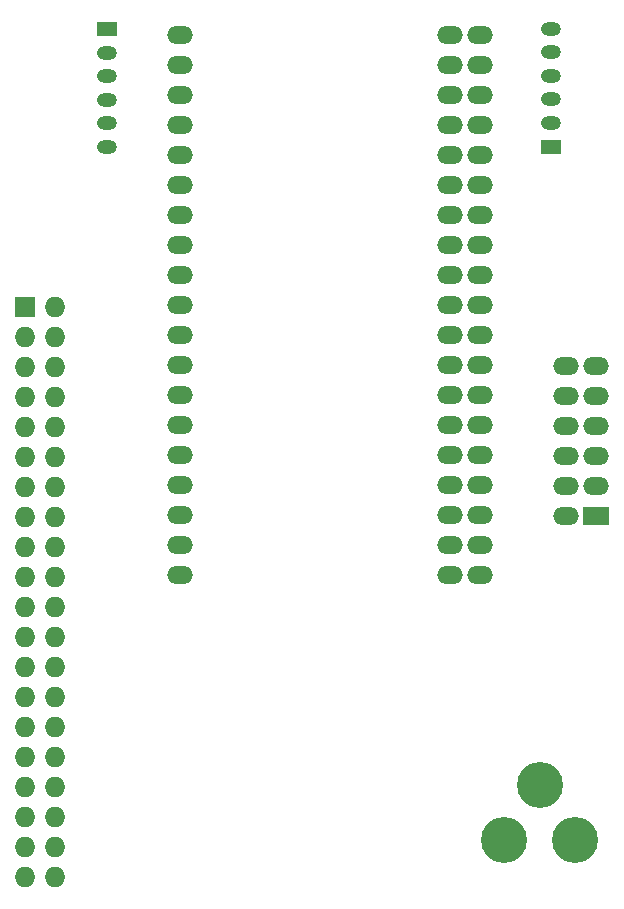
<source format=gbr>
%TF.GenerationSoftware,KiCad,Pcbnew,5.1.10-88a1d61d58~90~ubuntu20.04.1*%
%TF.CreationDate,2021-09-16T23:32:17-03:00*%
%TF.ProjectId,IAuto,49417574-6f2e-46b6-9963-61645f706362,rev?*%
%TF.SameCoordinates,Original*%
%TF.FileFunction,Soldermask,Bot*%
%TF.FilePolarity,Negative*%
%FSLAX46Y46*%
G04 Gerber Fmt 4.6, Leading zero omitted, Abs format (unit mm)*
G04 Created by KiCad (PCBNEW 5.1.10-88a1d61d58~90~ubuntu20.04.1) date 2021-09-16 23:32:17*
%MOMM*%
%LPD*%
G01*
G04 APERTURE LIST*
%ADD10R,1.700000X1.200000*%
%ADD11O,1.700000X1.200000*%
%ADD12O,2.200000X1.500000*%
%ADD13R,2.200000X1.500000*%
%ADD14O,3.900000X3.900000*%
%ADD15R,1.727200X1.727200*%
%ADD16O,1.727200X1.727200*%
G04 APERTURE END LIST*
D10*
%TO.C,J5*%
X168275000Y-53283480D03*
D11*
X168275000Y-51281960D03*
X168275000Y-43293660D03*
X168275000Y-47281460D03*
X168275000Y-45292640D03*
X168275000Y-49280440D03*
%TD*%
D10*
%TO.C,J4*%
X130708400Y-43316520D03*
D11*
X130708400Y-45318040D03*
X130708400Y-53306340D03*
X130708400Y-49318540D03*
X130708400Y-51307360D03*
X130708400Y-47319560D03*
%TD*%
D12*
%TO.C,U1*%
X159672000Y-48935000D03*
X159672000Y-61635000D03*
X159672000Y-74335000D03*
X159672000Y-43855000D03*
X159672000Y-59095000D03*
X159672000Y-46395000D03*
X159672000Y-54015000D03*
X159672000Y-64175000D03*
X159672000Y-51475000D03*
X159672000Y-79415000D03*
X159672000Y-56555000D03*
X159672000Y-89575000D03*
X159672000Y-87035000D03*
X159672000Y-66715000D03*
X159672000Y-71795000D03*
X159672000Y-76875000D03*
X159672000Y-84495000D03*
X159672000Y-81955000D03*
X159672000Y-69255000D03*
X136812000Y-64175000D03*
X136812000Y-66715000D03*
X136812000Y-69255000D03*
X136812000Y-71795000D03*
X136812000Y-74335000D03*
X136812000Y-76875000D03*
X136812000Y-43855000D03*
X136812000Y-51475000D03*
X136812000Y-54015000D03*
X136812000Y-46395000D03*
X136812000Y-48935000D03*
X136812000Y-56555000D03*
X136812000Y-59095000D03*
X136812000Y-61635000D03*
X136812000Y-79415000D03*
X136812000Y-89575000D03*
X136812000Y-87035000D03*
X136812000Y-84495000D03*
X136812000Y-81955000D03*
X162212000Y-81955000D03*
X162212000Y-84495000D03*
X162212000Y-87035000D03*
X162212000Y-89575000D03*
X162212000Y-43855000D03*
X162212000Y-76875000D03*
X162212000Y-74335000D03*
X162212000Y-71795000D03*
X162212000Y-69255000D03*
X162212000Y-66715000D03*
X162212000Y-79415000D03*
X162212000Y-56555000D03*
X162212000Y-48935000D03*
X162212000Y-61635000D03*
X162212000Y-59095000D03*
X162212000Y-46395000D03*
X162212000Y-54015000D03*
X162212000Y-51475000D03*
X162212000Y-64175000D03*
%TD*%
%TO.C,P2*%
X169545000Y-79502000D03*
X169545000Y-74422000D03*
X172085000Y-74422000D03*
X172085000Y-71882000D03*
X169545000Y-82042000D03*
X169545000Y-76962000D03*
D13*
X172085000Y-84582000D03*
D12*
X172085000Y-82042000D03*
X169545000Y-71882000D03*
X169545000Y-84582000D03*
X172085000Y-76962000D03*
X172085000Y-79502000D03*
%TD*%
D14*
%TO.C,J1*%
X164300000Y-112000000D03*
X167300000Y-107300000D03*
X170300000Y-112000000D03*
%TD*%
D15*
%TO.C,P1*%
X123730000Y-66870000D03*
D16*
X126270000Y-66870000D03*
X123730000Y-69410000D03*
X126270000Y-69410000D03*
X123730000Y-71950000D03*
X126270000Y-71950000D03*
X123730000Y-74490000D03*
X126270000Y-74490000D03*
X123730000Y-77030000D03*
X126270000Y-77030000D03*
X123730000Y-79570000D03*
X126270000Y-79570000D03*
X123730000Y-82110000D03*
X126270000Y-82110000D03*
X123730000Y-84650000D03*
X126270000Y-84650000D03*
X123730000Y-87190000D03*
X126270000Y-87190000D03*
X123730000Y-89730000D03*
X126270000Y-89730000D03*
X123730000Y-92270000D03*
X126270000Y-92270000D03*
X123730000Y-94810000D03*
X126270000Y-94810000D03*
X123730000Y-97350000D03*
X126270000Y-97350000D03*
X123730000Y-99890000D03*
X126270000Y-99890000D03*
X123730000Y-102430000D03*
X126270000Y-102430000D03*
X123730000Y-104970000D03*
X126270000Y-104970000D03*
X123730000Y-107510000D03*
X126270000Y-107510000D03*
X123730000Y-110050000D03*
X126270000Y-110050000D03*
X123730000Y-112590000D03*
X126270000Y-112590000D03*
X123730000Y-115130000D03*
X126270000Y-115130000D03*
%TD*%
M02*

</source>
